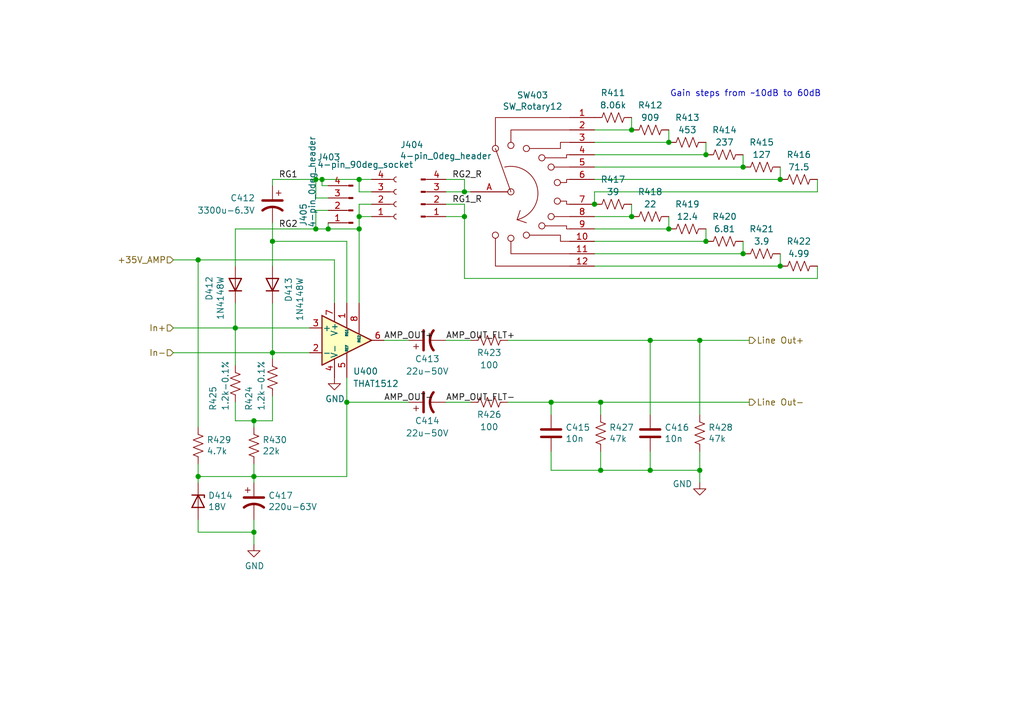
<source format=kicad_sch>
(kicad_sch (version 20231120) (generator "eeschema") (generator_version "8.0")
  (paper "A5")
  (lib_symbols
    (symbol "Amplifier_Audio:SSM2017P" (pin_names (offset 0.127))
      (property "Reference" "U" (at 7.62 5.08 0))
      (property "Value" "SSM2017P" (at 7.62 2.54 0))
      (symbol "SSM2017P_0_1"
        (polyline (pts (xy -5.08 5.08) (xy 5.08 0) (xy -5.08 -5.08) (xy -5.08 5.08)) (stroke (width 0.254)) (fill (type background)))
      )
      (symbol "SSM2017P_1_1"
        (pin input line (at 0 7.62 270) (length 5.08) (name "RG1") (number "1"))
        (pin input line (at -7.62 -2.54 0) (length 2.54) (name "-") (number "2"))
        (pin input line (at -7.62 2.54 0) (length 2.54) (name "+") (number "3"))
        (pin power_in line (at -2.54 -7.62 90) (length 3.81) (name "V-") (number "4"))
        (pin input line (at 0 -7.62 90) (length 5.08) (name "REF") (number "5"))
        (pin output line (at 7.62 0 180) (length 2.54) (name "~") (number "6"))
        (pin power_in line (at -2.54 7.62 270) (length 3.81) (name "V+") (number "7"))
        (pin input line (at 2.54 7.62 270) (length 6.35) (name "RG2") (number "8"))
      )
    )
    (symbol "Connector:Conn_01x04_Pin" (pin_names (offset 1.016) hide)
      (property "Reference" "J" (at 0 5.08 0))
      (property "Value" "Conn_01x04_Pin" (at 0 -7.62 0))
      (symbol "Conn_01x04_Pin_1_1"
        (polyline (pts (xy 1.27 -5.08) (xy 0.8636 -5.08)) (stroke (width 0.1524)))
        (polyline (pts (xy 1.27 -2.54) (xy 0.8636 -2.54)) (stroke (width 0.1524)))
        (polyline (pts (xy 1.27 0) (xy 0.8636 0)) (stroke (width 0.1524)))
        (polyline (pts (xy 1.27 2.54) (xy 0.8636 2.54)) (stroke (width 0.1524)))
        (rectangle (start 0.8636 -4.953) (end 0 -5.207) (stroke (width 0.1524)) (fill (type outline)))
        (rectangle (start 0.8636 -2.413) (end 0 -2.667) (stroke (width 0.1524)) (fill (type outline)))
        (rectangle (start 0.8636 0.127) (end 0 -0.127) (stroke (width 0.1524)) (fill (type outline)))
        (rectangle (start 0.8636 2.667) (end 0 2.413) (stroke (width 0.1524)) (fill (type outline)))
        (pin passive line (at 5.08 2.54 180) (length 3.81) (name "Pin_1") (number "1"))
        (pin passive line (at 5.08 0 180) (length 3.81) (name "Pin_2") (number "2"))
        (pin passive line (at 5.08 -2.54 180) (length 3.81) (name "Pin_3") (number "3"))
        (pin passive line (at 5.08 -5.08 180) (length 3.81) (name "Pin_4") (number "4"))
      )
    )
    (symbol "Connector:Conn_01x04_Socket" (pin_names (offset 1.016) hide)
      (property "Reference" "J" (at 0 5.08 0))
      (property "Value" "Conn_01x04_Socket" (at 0 -7.62 0))
      (symbol "Conn_01x04_Socket_1_1"
        (arc (start 0 -4.572) (mid -0.5058 -5.08) (end 0 -5.588) (stroke (width 0.1524)))
        (arc (start 0 -2.032) (mid -0.5058 -2.54) (end 0 -3.048) (stroke (width 0.1524)))
        (polyline (pts (xy -1.27 -5.08) (xy -0.508 -5.08)) (stroke (width 0.1524)))
        (polyline (pts (xy -1.27 -2.54) (xy -0.508 -2.54)) (stroke (width 0.1524)))
        (polyline (pts (xy -1.27 0) (xy -0.508 0)) (stroke (width 0.1524)))
        (polyline (pts (xy -1.27 2.54) (xy -0.508 2.54)) (stroke (width 0.1524)))
        (arc (start 0 0.508) (mid -0.5058 0) (end 0 -0.508) (stroke (width 0.1524)))
        (arc (start 0 3.048) (mid -0.5058 2.54) (end 0 2.032) (stroke (width 0.1524)))
        (pin passive line (at -5.08 2.54 0) (length 3.81) (name "Pin_1") (number "1"))
        (pin passive line (at -5.08 0 0) (length 3.81) (name "Pin_2") (number "2"))
        (pin passive line (at -5.08 -2.54 0) (length 3.81) (name "Pin_3") (number "3"))
        (pin passive line (at -5.08 -5.08 0) (length 3.81) (name "Pin_4") (number "4"))
      )
    )
    (symbol "Device:C" (pin_numbers hide) (pin_names (offset 0.254))
      (property "Reference" "C" (at 0.635 2.54 0))
      (property "Value" "C" (at 0.635 -2.54 0))
      (symbol "C_0_1"
        (polyline (pts (xy -2.032 -0.762) (xy 2.032 -0.762)) (stroke (width 0.508)))
        (polyline (pts (xy -2.032 0.762) (xy 2.032 0.762)) (stroke (width 0.508)))
      )
      (symbol "C_1_1"
        (pin passive line (at 0 3.81 270) (length 2.794) (name "~") (number "1"))
        (pin passive line (at 0 -3.81 90) (length 2.794) (name "~") (number "2"))
      )
    )
    (symbol "Device:C_Polarized_US" (pin_numbers hide) (pin_names (offset 0.254) hide)
      (property "Reference" "C" (at 0.635 2.54 0))
      (property "Value" "C_Polarized_US" (at 0.635 -2.54 0))
      (symbol "C_Polarized_US_0_1"
        (polyline (pts (xy -2.032 0.762) (xy 2.032 0.762)) (stroke (width 0.508)))
        (polyline (pts (xy -1.778 2.286) (xy -0.762 2.286)))
        (polyline (pts (xy -1.27 1.778) (xy -1.27 2.794)))
        (arc (start 2.032 -1.27) (mid 0 -0.5572) (end -2.032 -1.27) (stroke (width 0.508)))
      )
      (symbol "C_Polarized_US_1_1"
        (pin passive line (at 0 3.81 270) (length 2.794) (name "~") (number "1"))
        (pin passive line (at 0 -3.81 90) (length 3.302) (name "~") (number "2"))
      )
    )
    (symbol "Device:D" (pin_numbers hide) (pin_names (offset 1.016) hide)
      (property "Reference" "D" (at 0 2.54 0))
      (property "Value" "D" (at 0 -2.54 0))
      (symbol "D_0_1"
        (polyline (pts (xy -1.27 1.27) (xy -1.27 -1.27)) (stroke (width 0.254)))
        (polyline (pts (xy 1.27 0) (xy -1.27 0)))
        (polyline (pts (xy 1.27 1.27) (xy 1.27 -1.27) (xy -1.27 0) (xy 1.27 1.27)) (stroke (width 0.254)))
      )
      (symbol "D_1_1"
        (pin passive line (at -3.81 0 0) (length 2.54) (name "K") (number "1"))
        (pin passive line (at 3.81 0 180) (length 2.54) (name "A") (number "2"))
      )
    )
    (symbol "Device:D_Zener" (pin_numbers hide) (pin_names (offset 1.016) hide)
      (property "Reference" "D" (at 0 2.54 0))
      (property "Value" "D_Zener" (at 0 -2.54 0))
      (symbol "D_Zener_0_1"
        (polyline (pts (xy 1.27 0) (xy -1.27 0)))
        (polyline (pts (xy -1.27 -1.27) (xy -1.27 1.27) (xy -0.762 1.27)) (stroke (width 0.254)))
        (polyline (pts (xy 1.27 -1.27) (xy 1.27 1.27) (xy -1.27 0) (xy 1.27 -1.27)) (stroke (width 0.254)))
      )
      (symbol "D_Zener_1_1"
        (pin passive line (at -3.81 0 0) (length 2.54) (name "K") (number "1"))
        (pin passive line (at 3.81 0 180) (length 2.54) (name "A") (number "2"))
      )
    )
    (symbol "Device:R_US" (pin_numbers hide) (pin_names (offset 0))
      (property "Reference" "R" (at 2.54 0 90))
      (property "Value" "R_US" (at -2.54 0 90))
      (symbol "R_US_0_1"
        (polyline (pts (xy 0 -2.286) (xy 0 -2.54)))
        (polyline (pts (xy 0 2.286) (xy 0 2.54)))
        (polyline (pts (xy 0 -0.762) (xy 1.016 -1.143) (xy 0 -1.524) (xy -1.016 -1.905) (xy 0 -2.286)))
        (polyline (pts (xy 0 0.762) (xy 1.016 0.381) (xy 0 0) (xy -1.016 -0.381) (xy 0 -0.762)))
        (polyline (pts (xy 0 2.286) (xy 1.016 1.905) (xy 0 1.524) (xy -1.016 1.143) (xy 0 0.762)))
      )
      (symbol "R_US_1_1"
        (pin passive line (at 0 3.81 270) (length 1.27) (name "~") (number "1"))
        (pin passive line (at 0 -3.81 90) (length 1.27) (name "~") (number "2"))
      )
    )
    (symbol "power:GND" (power) (pin_numbers hide) (pin_names (offset 0) hide)
      (property "Value" "GND" (at 0 -3.81 0))
      (symbol "GND_0_1"
        (polyline (pts (xy 0 0) (xy 0 -1.27) (xy 1.27 -1.27) (xy 0 -2.54) (xy -1.27 -1.27) (xy 0 -1.27)))
      )
      (symbol "GND_1_1"
        (pin power_in line (at 0 0 270) (length 0) (name "~") (number "1"))
      )
    )
    (symbol "thatmicpre:SW_Rotary12" (pin_names (offset 1.016) hide)
      (property "Reference" "SW" (at 0 17.78 0))
      (property "Value" "SW_Rotary12" (at 0 -17.78 0))
      (symbol "SW_Rotary12_0_0"
        (circle (center -10.16 -8.89) (radius 0.635))
        (circle (center -10.16 8.89) (radius 0.635))
        (circle (center -6.985 -9.525) (radius 0.635))
        (circle (center -6.985 0) (radius 0.635))
        (circle (center -6.985 9.525) (radius 0.635))
        (arc (start -5.715 -5.715) (mid -1.5995 0.937) (end -8.255 5.08))
        (circle (center -3.81 -8.89) (radius 0.635))
        (circle (center -3.81 8.89) (radius 0.635))
        (circle (center -0.635 -6.985) (radius 0.635))
        (circle (center -0.635 6.985) (radius 0.635))
        (polyline (pts (xy -6.985 0) (xy -10.16 8.89)))
        (polyline (pts (xy -5.715 -5.715) (xy -5.08 -3.81)))
        (polyline (pts (xy -5.715 -5.715) (xy -3.81 -6.35)))
        (polyline (pts (xy 1.905 -5.08) (xy 5.08 -5.08)))
        (polyline (pts (xy 1.905 5.08) (xy 5.08 5.08)))
        (polyline (pts (xy -10.16 -9.525) (xy -10.16 -15.24) (xy 5.08 -15.24)))
        (polyline (pts (xy -10.16 9.525) (xy -10.16 15.24) (xy 5.08 15.24)))
        (polyline (pts (xy -6.985 -10.16) (xy -6.985 -12.7) (xy 5.08 -12.7)))
        (polyline (pts (xy -6.985 10.16) (xy -6.985 12.7) (xy 5.08 12.7)))
        (polyline (pts (xy -3.175 -8.89) (xy 3.175 -8.89) (xy 3.175 -10.16) (xy 5.08 -10.16)))
        (polyline (pts (xy -3.175 8.89) (xy 3.175 8.89) (xy 3.175 10.16) (xy 5.08 10.16)))
        (polyline (pts (xy 0 -6.985) (xy 4.445 -6.985) (xy 4.445 -7.62) (xy 5.08 -7.62)))
        (polyline (pts (xy 0 6.985) (xy 4.445 6.985) (xy 4.445 7.62) (xy 5.08 7.62)))
        (polyline (pts (xy 3.175 -1.905) (xy 4.445 -1.905) (xy 4.445 -2.54) (xy 5.08 -2.54)))
        (polyline (pts (xy 3.175 1.905) (xy 4.445 1.905) (xy 4.445 2.54) (xy 5.08 2.54)))
        (circle (center 1.27 -5.08) (radius 0.635))
        (circle (center 1.27 5.08) (radius 0.635))
        (circle (center 2.54 -1.905) (radius 0.635))
        (circle (center 2.54 1.905) (radius 0.635))
      )
      (symbol "SW_Rotary12_0_1"
        (pin passive line (at 10.16 15.24 180) (length 5.08) (name "1") (number "1"))
        (pin passive line (at 10.16 -10.16 180) (length 5.08) (name "10") (number "10"))
        (pin passive line (at 10.16 -12.7 180) (length 5.08) (name "11") (number "11"))
        (pin passive line (at 10.16 -15.24 180) (length 5.08) (name "12") (number "12"))
        (pin passive line (at 10.16 12.7 180) (length 5.08) (name "2") (number "2"))
        (pin passive line (at 10.16 10.16 180) (length 5.08) (name "3") (number "3"))
        (pin passive line (at 10.16 7.62 180) (length 5.08) (name "4") (number "4"))
        (pin passive line (at 10.16 5.08 180) (length 5.08) (name "5") (number "5"))
        (pin passive line (at 10.16 2.54 180) (length 5.08) (name "6") (number "6"))
        (pin passive line (at 10.16 -2.54 180) (length 5.08) (name "7") (number "7"))
        (pin passive line (at 10.16 -5.08 180) (length 5.08) (name "8") (number "8"))
        (pin passive line (at 10.16 -7.62 180) (length 5.08) (name "9") (number "9"))
        (pin passive line (at -15.24 0 0) (length 7.62) (name "A") (number "A"))
      )
    )
  )
  (junction (at 48.26 67.31))
  (junction (at 152.4 52.07))
  (junction (at 55.88 49.53))
  (junction (at 95.25 44.45))
  (junction (at 123.19 96.52))
  (junction (at 73.66 44.45))
  (junction (at 160.02 36.83))
  (junction (at 40.64 97.79))
  (junction (at 160.02 54.61))
  (junction (at 52.07 109.22))
  (junction (at 143.51 69.85))
  (junction (at 52.07 86.36))
  (junction (at 73.66 46.99))
  (junction (at 71.12 82.55))
  (junction (at 64.77 36.83))
  (junction (at 133.35 69.85))
  (junction (at 152.4 34.29))
  (junction (at 143.51 96.52))
  (junction (at 123.19 82.55))
  (junction (at 121.92 41.91))
  (junction (at 64.77 46.99))
  (junction (at 55.88 72.39))
  (junction (at 144.78 31.75))
  (junction (at 67.31 46.99))
  (junction (at 129.54 44.45))
  (junction (at 52.07 97.79))
  (junction (at 129.54 26.67))
  (junction (at 40.64 53.34))
  (junction (at 66.04 36.83))
  (junction (at 95.25 39.37))
  (junction (at 137.16 29.21))
  (junction (at 144.78 49.53))
  (junction (at 137.16 46.99))
  (junction (at 113.03 82.55))
  (junction (at 73.66 36.83))
  (junction (at 133.35 96.52))
  (wire (pts (xy 40.64 106.68) (xy 40.64 109.22)))
  (wire (pts (xy 167.64 54.61) (xy 167.64 57.15)))
  (wire (pts (xy 121.92 46.99) (xy 137.16 46.99)))
  (wire (pts (xy 121.92 52.07) (xy 152.4 52.07)))
  (wire (pts (xy 67.31 45.72) (xy 67.31 46.99)))
  (wire (pts (xy 55.88 73.66) (xy 55.88 72.39)))
  (wire (pts (xy 63.5 67.31) (xy 48.26 67.31)))
  (wire (pts (xy 121.92 29.21) (xy 137.16 29.21)))
  (wire (pts (xy 35.56 67.31) (xy 48.26 67.31)))
  (wire (pts (xy 64.77 46.99) (xy 64.77 43.18)))
  (wire (pts (xy 78.74 69.85) (xy 83.82 69.85)))
  (wire (pts (xy 48.26 62.23) (xy 48.26 67.31)))
  (wire (pts (xy 104.14 82.55) (xy 113.03 82.55)))
  (wire (pts (xy 40.64 97.79) (xy 52.07 97.79)))
  (wire (pts (xy 35.56 53.34) (xy 40.64 53.34)))
  (wire (pts (xy 104.14 69.85) (xy 133.35 69.85)))
  (wire (pts (xy 73.66 44.45) (xy 73.66 46.99)))
  (wire (pts (xy 137.16 44.45) (xy 137.16 46.99)))
  (wire (pts (xy 143.51 85.09) (xy 143.51 69.85)))
  (wire (pts (xy 55.88 86.36) (xy 55.88 81.28)))
  (wire (pts (xy 144.78 31.75) (xy 121.92 31.75)))
  (wire (pts (xy 160.02 34.29) (xy 160.02 36.83)))
  (wire (pts (xy 73.66 36.83) (xy 76.2 36.83)))
  (wire (pts (xy 121.92 49.53) (xy 144.78 49.53)))
  (wire (pts (xy 133.35 96.52) (xy 143.51 96.52)))
  (wire (pts (xy 71.12 82.55) (xy 83.82 82.55)))
  (wire (pts (xy 64.77 36.83) (xy 64.77 40.64)))
  (wire (pts (xy 121.92 44.45) (xy 129.54 44.45)))
  (wire (pts (xy 52.07 86.36) (xy 52.07 87.63)))
  (wire (pts (xy 113.03 82.55) (xy 123.19 82.55)))
  (wire (pts (xy 73.66 46.99) (xy 73.66 62.23)))
  (wire (pts (xy 152.4 31.75) (xy 152.4 34.29)))
  (wire (pts (xy 48.26 86.36) (xy 52.07 86.36)))
  (wire (pts (xy 129.54 26.67) (xy 121.92 26.67)))
  (wire (pts (xy 95.25 44.45) (xy 91.44 44.45)))
  (wire (pts (xy 95.25 57.15) (xy 167.64 57.15)))
  (wire (pts (xy 91.44 39.37) (xy 95.25 39.37)))
  (wire (pts (xy 71.12 82.55) (xy 71.12 97.79)))
  (wire (pts (xy 129.54 24.13) (xy 129.54 26.67)))
  (wire (pts (xy 40.64 53.34) (xy 40.64 87.63)))
  (wire (pts (xy 52.07 109.22) (xy 52.07 106.68)))
  (wire (pts (xy 40.64 95.25) (xy 40.64 97.79)))
  (wire (pts (xy 73.66 44.45) (xy 76.2 44.45)))
  (wire (pts (xy 167.64 39.37) (xy 167.64 36.83)))
  (wire (pts (xy 73.66 39.37) (xy 73.66 36.83)))
  (wire (pts (xy 133.35 92.71) (xy 133.35 96.52)))
  (wire (pts (xy 52.07 97.79) (xy 71.12 97.79)))
  (wire (pts (xy 64.77 46.99) (xy 67.31 46.99)))
  (wire (pts (xy 40.64 109.22) (xy 52.07 109.22)))
  (wire (pts (xy 113.03 92.71) (xy 113.03 96.52)))
  (wire (pts (xy 121.92 39.37) (xy 167.64 39.37)))
  (wire (pts (xy 76.2 41.91) (xy 73.66 41.91)))
  (wire (pts (xy 52.07 111.76) (xy 52.07 109.22)))
  (wire (pts (xy 66.04 36.83) (xy 66.04 38.1)))
  (wire (pts (xy 160.02 52.07) (xy 160.02 54.61)))
  (wire (pts (xy 73.66 39.37) (xy 76.2 39.37)))
  (wire (pts (xy 121.92 41.91) (xy 121.92 39.37)))
  (wire (pts (xy 64.77 40.64) (xy 67.31 40.64)))
  (wire (pts (xy 113.03 85.09) (xy 113.03 82.55)))
  (wire (pts (xy 137.16 26.67) (xy 137.16 29.21)))
  (wire (pts (xy 40.64 53.34) (xy 68.58 53.34)))
  (wire (pts (xy 71.12 49.53) (xy 71.12 62.23)))
  (wire (pts (xy 64.77 36.83) (xy 66.04 36.83)))
  (wire (pts (xy 123.19 92.71) (xy 123.19 96.52)))
  (wire (pts (xy 143.51 96.52) (xy 143.51 92.71)))
  (wire (pts (xy 52.07 95.25) (xy 52.07 97.79)))
  (wire (pts (xy 121.92 36.83) (xy 160.02 36.83)))
  (wire (pts (xy 55.88 45.72) (xy 55.88 49.53)))
  (wire (pts (xy 129.54 41.91) (xy 129.54 44.45)))
  (wire (pts (xy 143.51 69.85) (xy 153.67 69.85)))
  (wire (pts (xy 95.25 44.45) (xy 95.25 57.15)))
  (wire (pts (xy 113.03 96.52) (xy 123.19 96.52)))
  (wire (pts (xy 91.44 82.55) (xy 96.52 82.55)))
  (wire (pts (xy 71.12 77.47) (xy 71.12 82.55)))
  (wire (pts (xy 66.04 38.1) (xy 67.31 38.1)))
  (wire (pts (xy 73.66 41.91) (xy 73.66 44.45)))
  (wire (pts (xy 40.64 99.06) (xy 40.64 97.79)))
  (wire (pts (xy 35.56 72.39) (xy 55.88 72.39)))
  (wire (pts (xy 66.04 36.83) (xy 73.66 36.83)))
  (wire (pts (xy 55.88 49.53) (xy 55.88 54.61)))
  (wire (pts (xy 123.19 85.09) (xy 123.19 82.55)))
  (wire (pts (xy 95.25 41.91) (xy 91.44 41.91)))
  (wire (pts (xy 63.5 72.39) (xy 55.88 72.39)))
  (wire (pts (xy 64.77 43.18) (xy 67.31 43.18)))
  (wire (pts (xy 68.58 53.34) (xy 68.58 62.23)))
  (wire (pts (xy 55.88 49.53) (xy 71.12 49.53)))
  (wire (pts (xy 67.31 46.99) (xy 73.66 46.99)))
  (wire (pts (xy 121.92 54.61) (xy 160.02 54.61)))
  (wire (pts (xy 48.26 46.99) (xy 64.77 46.99)))
  (wire (pts (xy 95.25 41.91) (xy 95.25 44.45)))
  (wire (pts (xy 144.78 29.21) (xy 144.78 31.75)))
  (wire (pts (xy 48.26 46.99) (xy 48.26 54.61)))
  (wire (pts (xy 123.19 82.55) (xy 153.67 82.55)))
  (wire (pts (xy 52.07 99.06) (xy 52.07 97.79)))
  (wire (pts (xy 121.92 34.29) (xy 152.4 34.29)))
  (wire (pts (xy 52.07 86.36) (xy 55.88 86.36)))
  (wire (pts (xy 48.26 86.36) (xy 48.26 82.55)))
  (wire (pts (xy 133.35 85.09) (xy 133.35 69.85)))
  (wire (pts (xy 123.19 96.52) (xy 133.35 96.52)))
  (wire (pts (xy 48.26 74.93) (xy 48.26 67.31)))
  (wire (pts (xy 91.44 69.85) (xy 96.52 69.85)))
  (wire (pts (xy 152.4 49.53) (xy 152.4 52.07)))
  (wire (pts (xy 55.88 36.83) (xy 55.88 38.1)))
  (wire (pts (xy 91.44 36.83) (xy 95.25 36.83)))
  (wire (pts (xy 55.88 36.83) (xy 64.77 36.83)))
  (wire (pts (xy 95.25 36.83) (xy 95.25 39.37)))
  (wire (pts (xy 55.88 62.23) (xy 55.88 72.39)))
  (wire (pts (xy 95.25 39.37) (xy 96.52 39.37)))
  (wire (pts (xy 143.51 99.06) (xy 143.51 96.52)))
  (wire (pts (xy 144.78 46.99) (xy 144.78 49.53)))
  (wire (pts (xy 133.35 69.85) (xy 143.51 69.85)))
  (text "Gain steps from ~10dB to 60dB" (at 152.908 19.304 0) (effects (font (size 1.27 1.27))))
  (label "RG2" (at 57.15 46.99 0))
  (label "AMP_OUT_FLT-" (at 91.44 82.55 0))
  (label "RG1_R" (at 92.71 41.91 0))
  (label "AMP_OUT-" (at 78.74 82.55 0))
  (label "AMP_OUT_FLT+" (at 91.44 69.85 0))
  (label "RG2_R" (at 92.71 36.83 0))
  (label "RG1" (at 57.15 36.83 0))
  (label "AMP_OUT+" (at 78.74 69.85 0))
  (hierarchical_label "In-" (shape input) (at 35.56 72.39 180))
  (hierarchical_label "Line Out+" (shape output) (at 153.67 69.85 0))
  (hierarchical_label "Line Out-" (shape output) (at 153.67 82.55 0))
  (hierarchical_label "In+" (shape input) (at 35.56 67.31 180))
  (hierarchical_label "+35V_AMP" (shape input) (at 35.56 53.34 180))
  (symbol (lib_id "Device:C") (at 133.35 88.9 0) (unit 1)
    (property "Reference" "C416" (at 136.271 87.7316 0) (effects (justify left)))
    (property "Value" "10n" (at 136.271 90.043 0) (effects (justify left)))
    (property "Footprint" "Capacitor_THT:C_Rect_L7.2mm_W3.0mm_P5.00mm_FKS2_FKP2_MKS2_MKP2" (effects (hide yes)))
    (property "Mfr Part Nr" "MKP2D021001B00KSSD" (effects (hide yes)))
  )
  (symbol (lib_id "Device:C_Polarized_US") (at 87.63 82.55 90) (unit 1)
    (property "Reference" "C414" (at 87.63 86.36 90))
    (property "Value" "22u-50V" (at 87.63 88.9 90))
    (property "Footprint" "Capacitor_THT:CP_Radial_D8.0mm_P3.50mm" (effects (hide yes)))
    (property "Mfr Part Nr" "ULD2A220MPD1TD" (effects (hide yes)))
  )
  (symbol (lib_id "Device:R_US") (at 100.33 82.55 270) (unit 1)
    (property "Reference" "R426" (at 100.33 85.09 90))
    (property "Value" "100" (at 100.33 87.63 90))
    (property "Footprint" "footprint:RESM6438X317N" (effects (hide yes)))
    (property "Mfr Part Nr" "WSC4527100R0FEA" (effects (hide yes)))
  )
  (symbol (lib_id "Device:R_US") (at 100.33 69.85 270) (unit 1)
    (property "Reference" "R423" (at 100.33 72.39 90))
    (property "Value" "100" (at 100.33 74.93 90))
    (property "Footprint" "footprint:RESM6438X317N" (effects (hide yes)))
    (property "Mfr Part Nr" "WSC4527100R0FEA" (effects (hide yes)))
  )
  (symbol (lib_id "Device:R_US") (at 133.35 44.45 270) (unit 1)
    (property "Reference" "R418" (at 133.35 39.37 90))
    (property "Value" "22" (at 133.35 41.91 90))
    (property "Footprint" "Resistor_SMD:R_0805_2012Metric" (effects (hide yes)))
    (property "Mfr Part Nr" "ERA-6AEB223V" (effects (hide yes)))
  )
  (symbol (lib_id "thatmicpre:SW_Rotary12") (at 111.76 39.37 0) (unit 1)
    (property "Reference" "SW403" (at 109.22 19.5326 0))
    (property "Value" "SW_Rotary12" (at 109.22 21.844 0))
    (property "Footprint" "footprint:LORINCK1049" (effects (hide yes)))
    (property "Datasheet" "http://cdn-reichelt.de/documents/datenblatt/C200/DS-Serie%23LOR.pdf" (effects (hide yes)))
    (property "Mfr Part Nr" "SR2612F-0112-38F5B-D8-S" (effects (hide yes)))
  )
  (symbol (lib_id "Device:R_US") (at 55.88 77.47 0) (unit 1)
    (property "Reference" "R424" (at 51.054 84.328 90) (effects (justify left)))
    (property "Value" "1.2k-0.1%" (at 53.594 84.328 90) (effects (justify left)))
    (property "Footprint" "Resistor_SMD:R_1206_3216Metric" (effects (hide yes)))
    (property "Mfr Part Nr" "ERA-8AEB1210V " (effects (hide yes)))
  )
  (symbol (lib_id "Device:R_US") (at 140.97 46.99 270) (unit 1)
    (property "Reference" "R419" (at 140.97 41.91 90))
    (property "Value" "12.4" (at 140.97 44.45 90))
    (property "Footprint" "Resistor_SMD:R_0805_2012Metric" (effects (hide yes)))
    (property "Mfr Part Nr" " ERA-6AEB1242V" (effects (hide yes)))
  )
  (symbol (lib_id "Device:D") (at 48.26 58.42 90) (unit 1)
    (property "Reference" "D412" (at 42.9006 56.642 0) (effects (justify right)))
    (property "Value" "1N4148W" (at 45.212 56.642 0) (effects (justify right)))
    (property "Footprint" "Diode_SMD:D_SOD-123" (effects (hide yes)))
    (property "Mfr Part Nr" "1N4148W-HG3_A-08 " (effects (hide yes)))
  )
  (symbol (lib_id "Device:C") (at 113.03 88.9 0) (unit 1)
    (property "Reference" "C415" (at 115.951 87.7316 0) (effects (justify left)))
    (property "Value" "10n" (at 115.951 90.043 0) (effects (justify left)))
    (property "Footprint" "Capacitor_THT:C_Rect_L7.2mm_W3.0mm_P5.00mm_FKS2_FKP2_MKS2_MKP2" (effects (hide yes)))
    (property "Mfr Part Nr" "MKP2D021001B00KSSD" (effects (hide yes)))
  )
  (symbol (lib_id "Device:R_US") (at 125.73 41.91 270) (unit 1)
    (property "Reference" "R417" (at 125.73 36.83 90))
    (property "Value" "39" (at 125.73 39.37 90))
    (property "Footprint" "Resistor_SMD:R_0805_2012Metric" (effects (hide yes)))
    (property "Mfr Part Nr" "ERA-6AEB393V" (effects (hide yes)))
  )
  (symbol (lib_id "Device:R_US") (at 156.21 52.07 270) (unit 1)
    (property "Reference" "R421" (at 156.21 46.99 90))
    (property "Value" "3.9" (at 156.21 49.53 90))
    (property "Footprint" "Resistor_SMD:R_0603_1608Metric" (effects (hide yes)))
    (property "Mfr Part Nr" "MCT06030C3908FP500" (effects (hide yes)))
  )
  (symbol (lib_id "Device:R_US") (at 40.64 91.44 0) (unit 1)
    (property "Reference" "R429" (at 42.3672 90.2716 0) (effects (justify left)))
    (property "Value" "4.7k" (at 42.3672 92.583 0) (effects (justify left)))
    (property "Footprint" "Resistor_SMD:R_MELF_MMB-0207" (effects (hide yes)))
    (property "Mfr Part Nr" "MMB02070C4701FB200 " (effects (hide yes)))
  )
  (symbol (lib_id "Connector:Conn_01x04_Pin") (at 86.36 41.91 0) (mirror x) (unit 1)
    (property "Reference" "J404" (at 86.868 29.718 0) (effects (justify right)))
    (property "Value" "4-pin_0deg_header" (at 100.838 32.004 0) (effects (justify right)))
    (property "Footprint" "Connector_PinHeader_2.54mm:PinHeader_1x04_P2.54mm_Vertical" (effects (hide yes)))
    (property "Description" "Generic connector, single row, 01x04, script generated" (effects (hide yes)))
  )
  (symbol (lib_id "Device:R_US") (at 156.21 34.29 270) (unit 1)
    (property "Reference" "R415" (at 156.21 29.21 90))
    (property "Value" "127" (at 156.21 31.75 90))
    (property "Footprint" "Resistor_SMD:R_0805_2012Metric" (effects (hide yes)))
    (property "Mfr Part Nr" "ERA-6AEB1273V" (effects (hide yes)))
  )
  (symbol (lib_id "Device:R_US") (at 148.59 49.53 270) (unit 1)
    (property "Reference" "R420" (at 148.59 44.45 90))
    (property "Value" "6.81" (at 148.59 46.99 90))
    (property "Footprint" "Resistor_SMD:R_0805_2012Metric" (effects (hide yes)))
    (property "Mfr Part Nr" "ERA-6AEB6811V" (effects (hide yes)))
  )
  (symbol (lib_id "Device:R_US") (at 52.07 91.44 0) (unit 1)
    (property "Reference" "R430" (at 53.7972 90.2716 0) (effects (justify left)))
    (property "Value" "22k" (at 53.7972 92.583 0) (effects (justify left)))
    (property "Footprint" "Resistor_SMD:R_1206_3216Metric" (effects (hide yes)))
    (property "Mfr Part Nr" "HRG3216P-2202-B-T1 " (effects (hide yes)))
  )
  (symbol (lib_id "Connector:Conn_01x04_Socket") (at 81.28 41.91 0) (mirror x) (unit 1)
    (property "Reference" "J403" (at 65.024 32.258 0) (effects (justify left)))
    (property "Value" "4-pin_90deg_socket" (at 65.024 33.782 0) (effects (justify left)))
    (property "Footprint" "Connector_PinSocket_2.54mm:PinSocket_1x04_P2.54mm_Horizontal" (effects (hide yes)))
    (property "Description" "Generic connector, single row, 01x04, script generated" (effects (hide yes)))
  )
  (symbol (lib_id "Device:C_Polarized_US") (at 87.63 69.85 90) (unit 1)
    (property "Reference" "C413" (at 87.63 73.66 90))
    (property "Value" "22u-50V" (at 87.63 76.2 90))
    (property "Footprint" "Capacitor_THT:CP_Radial_D8.0mm_P3.50mm" (effects (hide yes)))
    (property "Mfr Part Nr" "ULD2A220MPD1TD" (effects (hide yes)))
  )
  (symbol (lib_id "Device:R_US") (at 123.19 88.9 0) (unit 1)
    (property "Reference" "R427" (at 124.9172 87.7316 0) (effects (justify left)))
    (property "Value" "47k" (at 124.9172 90.043 0) (effects (justify left)))
    (property "Footprint" "Resistor_SMD:R_MELF_MMB-0207" (effects (hide yes)))
    (property "Mfr Part Nr" "MMB02070C4702FB200 " (effects (hide yes)))
  )
  (symbol (lib_id "Device:R_US") (at 163.83 36.83 270) (unit 1)
    (property "Reference" "R416" (at 163.83 31.75 90))
    (property "Value" "71.5" (at 163.83 34.29 90))
    (property "Footprint" "Resistor_SMD:R_0805_2012Metric" (effects (hide yes)))
    (property "Mfr Part Nr" "ERA-6AEB71R5V" (effects (hide yes)))
  )
  (symbol (lib_id "Device:C_Polarized_US") (at 52.07 102.87 0) (unit 1)
    (property "Reference" "C417" (at 54.991 101.7016 0) (effects (justify left)))
    (property "Value" "220u-63V" (at 54.991 104.013 0) (effects (justify left)))
    (property "Footprint" "Capacitor_THT:CP_Radial_D8.0mm_P3.50mm" (effects (hide yes)))
    (property "Mfr Part Nr" "80TXW220MEFC8X50" (effects (hide yes)))
  )
  (symbol (lib_id "Connector:Conn_01x04_Pin") (at 72.39 43.18 180) (unit 1)
    (property "Reference" "J405" (at 62.23 46.482 90) (effects (justify right)))
    (property "Value" "4-pin_0deg_header" (at 64.008 46.736 90) (effects (justify right)))
    (property "Footprint" "Connector_PinHeader_2.54mm:PinHeader_1x04_P2.54mm_Vertical" (effects (hide yes)))
    (property "Description" "Generic connector, single row, 01x04, script generated" (effects (hide yes)))
  )
  (symbol (lib_id "Device:R_US") (at 48.26 78.74 0) (unit 1)
    (property "Reference" "R425" (at 43.688 84.328 90) (effects (justify left)))
    (property "Value" "1.2k-0.1%" (at 46.228 84.328 90) (effects (justify left)))
    (property "Footprint" "Resistor_SMD:R_1206_3216Metric" (effects (hide yes)))
    (property "Mfr Part Nr" "ERA-8AEB1210V " (effects (hide yes)))
  )
  (symbol (lib_id "Amplifier_Audio:SSM2017P") (at 71.12 69.85 0) (unit 1)
    (property "Reference" "U400" (at 72.39 76.2 0) (effects (justify left)))
    (property "Value" "THAT1512" (at 72.39 78.74 0) (effects (justify left)))
    (property "Footprint" "Package_SO:SOIC-8_3.9x4.9mm_P1.27mm" (effects (hide yes)))
    (property "Mfr Part Nr" "1510P08-U" (effects (hide yes)))
  )
  (symbol (lib_id "Device:D") (at 55.88 58.42 90) (unit 1)
    (property "Reference" "D413" (at 59.182 56.896 0) (effects (justify right)))
    (property "Value" "1N4148W" (at 61.4934 56.896 0) (effects (justify right)))
    (property "Footprint" "Diode_SMD:D_SOD-123" (effects (hide yes)))
    (property "Mfr Part Nr" "1N4148W-HG3_A-08 " (effects (hide yes)))
  )
  (symbol (lib_id "power:GND") (at 143.51 99.06 0) (unit 1)
    (property "Reference" "#PWR0409" (effects (hide yes)))
    (property "Value" "GND" (at 139.954 99.314 0))
  )
  (symbol (lib_id "Device:R_US") (at 163.83 54.61 90) (unit 1)
    (property "Reference" "R422" (at 163.83 49.53 90))
    (property "Value" "4.99" (at 163.83 52.07 90))
    (property "Footprint" "Resistor_SMD:R_0805_2012Metric" (effects (hide yes)))
    (property "Mfr Part Nr" "TNPW08054R99DEEA" (effects (hide yes)))
  )
  (symbol (lib_id "power:GND") (at 52.07 111.76 0) (unit 1)
    (property "Reference" "#PWR0410" (effects (hide yes)))
    (property "Value" "GND" (at 52.197 116.1542 0))
  )
  (symbol (lib_id "Device:R_US") (at 125.73 24.13 270) (unit 1)
    (property "Reference" "R411" (at 125.73 19.05 90))
    (property "Value" "8.06k" (at 125.73 21.59 90))
    (property "Footprint" "Resistor_SMD:R_0805_2012Metric" (effects (hide yes)))
    (property "Mfr Part Nr" "ERA-6AEB8061V" (effects (hide yes)))
  )
  (symbol (lib_id "Device:R_US") (at 148.59 31.75 270) (unit 1)
    (property "Reference" "R414" (at 148.59 26.67 90))
    (property "Value" "237" (at 148.59 29.21 90))
    (property "Footprint" "Resistor_SMD:R_0805_2012Metric" (effects (hide yes)))
    (property "Mfr Part Nr" "ERA-6AEB2370V" (effects (hide yes)))
  )
  (symbol (lib_id "Device:R_US") (at 140.97 29.21 270) (unit 1)
    (property "Reference" "R413" (at 140.97 24.13 90))
    (property "Value" "453" (at 140.97 26.67 90))
    (property "Footprint" "Resistor_SMD:R_0805_2012Metric" (effects (hide yes)))
    (property "Mfr Part Nr" "ERA-6AEB4530V" (effects (hide yes)))
  )
  (symbol (lib_id "Device:D_Zener") (at 40.64 102.87 270) (unit 1)
    (property "Reference" "D414" (at 42.6466 101.7016 90) (effects (justify left)))
    (property "Value" "18V" (at 42.6466 104.013 90) (effects (justify left)))
    (property "Footprint" "Diode_SMD:D_SOD-123" (effects (hide yes)))
    (property "Mfr Part Nr" "BZT52B18-E3-18" (effects (hide yes)))
  )
  (symbol (lib_id "Device:R_US") (at 133.35 26.67 270) (unit 1)
    (property "Reference" "R412" (at 133.35 21.59 90))
    (property "Value" "909" (at 133.35 24.13 90))
    (property "Footprint" "Resistor_SMD:R_0805_2012Metric" (effects (hide yes)))
    (property "Mfr Part Nr" "ERA-6AEB9090V" (effects (hide yes)))
  )
  (symbol (lib_id "Device:R_US") (at 143.51 88.9 0) (unit 1)
    (property "Reference" "R428" (at 145.2372 87.7316 0) (effects (justify left)))
    (property "Value" "47k" (at 145.2372 90.043 0) (effects (justify left)))
    (property "Footprint" "Resistor_SMD:R_MELF_MMB-0207" (effects (hide yes)))
    (property "Mfr Part Nr" "MMB02070C4702FB200 " (effects (hide yes)))
  )
  (symbol (lib_id "Device:C_Polarized_US") (at 55.88 41.91 0) (mirror y) (unit 1)
    (property "Reference" "C412" (at 52.324 40.64 0) (effects (justify left)))
    (property "Value" "3300u-6.3V" (at 52.324 43.18 0) (effects (justify left)))
    (property "Footprint" "Capacitor_THT:CP_Radial_D10.0mm_P5.00mm" (effects (hide yes)))
    (property "Mfr Part Nr" "6.3ZLJ3300M10X25" (effects (hide yes)))
  )
  (symbol (lib_id "power:GND") (at 68.58 77.47 0) (unit 1)
    (property "Reference" "#PWR0408" (effects (hide yes)))
    (property "Value" "GND" (at 68.707 81.8642 0))
  )
)
</source>
